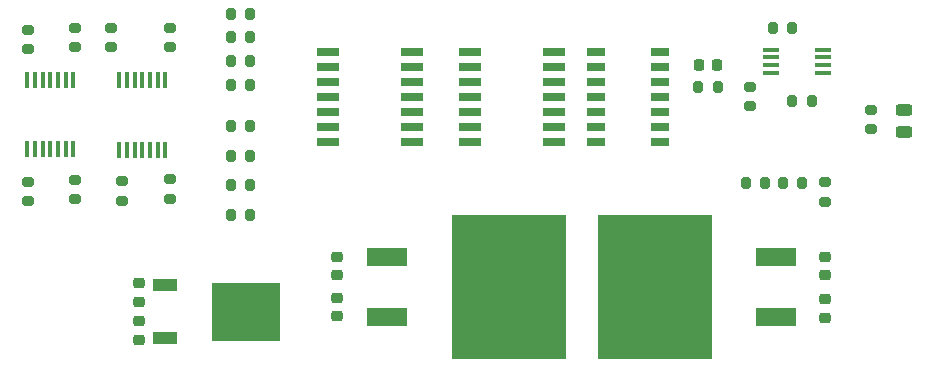
<source format=gbr>
%TF.GenerationSoftware,KiCad,Pcbnew,9.0.0*%
%TF.CreationDate,2025-03-18T23:21:23-07:00*%
%TF.ProjectId,BSPD,42535044-2e6b-4696-9361-645f70636258,rev?*%
%TF.SameCoordinates,Original*%
%TF.FileFunction,Paste,Top*%
%TF.FilePolarity,Positive*%
%FSLAX46Y46*%
G04 Gerber Fmt 4.6, Leading zero omitted, Abs format (unit mm)*
G04 Created by KiCad (PCBNEW 9.0.0) date 2025-03-18 23:21:23*
%MOMM*%
%LPD*%
G01*
G04 APERTURE LIST*
G04 Aperture macros list*
%AMRoundRect*
0 Rectangle with rounded corners*
0 $1 Rounding radius*
0 $2 $3 $4 $5 $6 $7 $8 $9 X,Y pos of 4 corners*
0 Add a 4 corners polygon primitive as box body*
4,1,4,$2,$3,$4,$5,$6,$7,$8,$9,$2,$3,0*
0 Add four circle primitives for the rounded corners*
1,1,$1+$1,$2,$3*
1,1,$1+$1,$4,$5*
1,1,$1+$1,$6,$7*
1,1,$1+$1,$8,$9*
0 Add four rect primitives between the rounded corners*
20,1,$1+$1,$2,$3,$4,$5,0*
20,1,$1+$1,$4,$5,$6,$7,0*
20,1,$1+$1,$6,$7,$8,$9,0*
20,1,$1+$1,$8,$9,$2,$3,0*%
G04 Aperture macros list end*
%ADD10RoundRect,0.200000X-0.200000X-0.275000X0.200000X-0.275000X0.200000X0.275000X-0.200000X0.275000X0*%
%ADD11RoundRect,0.200000X-0.275000X0.200000X-0.275000X-0.200000X0.275000X-0.200000X0.275000X0.200000X0*%
%ADD12R,0.450000X1.475000*%
%ADD13RoundRect,0.200000X0.200000X0.275000X-0.200000X0.275000X-0.200000X-0.275000X0.200000X-0.275000X0*%
%ADD14RoundRect,0.225000X-0.225000X-0.250000X0.225000X-0.250000X0.225000X0.250000X-0.225000X0.250000X0*%
%ADD15R,1.825000X0.700000*%
%ADD16RoundRect,0.225000X0.250000X-0.225000X0.250000X0.225000X-0.250000X0.225000X-0.250000X-0.225000X0*%
%ADD17RoundRect,0.225000X-0.250000X0.225000X-0.250000X-0.225000X0.250000X-0.225000X0.250000X0.225000X0*%
%ADD18R,3.500000X1.600000*%
%ADD19R,9.750000X12.200000*%
%ADD20RoundRect,0.200000X0.275000X-0.200000X0.275000X0.200000X-0.275000X0.200000X-0.275000X-0.200000X0*%
%ADD21RoundRect,0.243750X0.456250X-0.243750X0.456250X0.243750X-0.456250X0.243750X-0.456250X-0.243750X0*%
%ADD22R,1.475000X0.450000*%
%ADD23R,2.100000X1.000000*%
%ADD24R,5.850000X4.900000*%
%ADD25R,1.525000X0.650000*%
G04 APERTURE END LIST*
D10*
%TO.C,R12*%
X80175000Y-107000000D03*
X81825000Y-107000000D03*
%TD*%
%TO.C,R14*%
X80175000Y-115500000D03*
X81825000Y-115500000D03*
%TD*%
D11*
%TO.C,R5*%
X71000000Y-115175000D03*
X71000000Y-116825000D03*
%TD*%
D12*
%TO.C,U1*%
X62961500Y-112433250D03*
X63611500Y-112433250D03*
X64261500Y-112433250D03*
X64911500Y-112433250D03*
X65561500Y-112433250D03*
X66211500Y-112433250D03*
X66861500Y-112433250D03*
X66861500Y-106557250D03*
X66211500Y-106557250D03*
X65561500Y-106557250D03*
X64911500Y-106557250D03*
X64261500Y-106557250D03*
X63611500Y-106557250D03*
X62961500Y-106557250D03*
%TD*%
D11*
%TO.C,R20*%
X124100000Y-107175000D03*
X124100000Y-108825000D03*
%TD*%
%TO.C,R1*%
X63000000Y-115220250D03*
X63000000Y-116870250D03*
%TD*%
D10*
%TO.C,R10*%
X80175000Y-113000000D03*
X81825000Y-113000000D03*
%TD*%
D13*
%TO.C,R18*%
X125425000Y-115350000D03*
X123775000Y-115350000D03*
%TD*%
%TO.C,R19*%
X128575000Y-115350000D03*
X126925000Y-115350000D03*
%TD*%
D10*
%TO.C,R16*%
X80175000Y-103000000D03*
X81825000Y-103000000D03*
%TD*%
D14*
%TO.C,C7*%
X119800000Y-105350000D03*
X121350000Y-105350000D03*
%TD*%
D15*
%TO.C,IC3*%
X88438000Y-104190000D03*
X88438000Y-105460000D03*
X88438000Y-106730000D03*
X88438000Y-108000000D03*
X88438000Y-109270000D03*
X88438000Y-110540000D03*
X88438000Y-111810000D03*
X95562000Y-111810000D03*
X95562000Y-110540000D03*
X95562000Y-109270000D03*
X95562000Y-108000000D03*
X95562000Y-106730000D03*
X95562000Y-105460000D03*
X95562000Y-104190000D03*
%TD*%
D11*
%TO.C,R24*%
X134400000Y-109125000D03*
X134400000Y-110775000D03*
%TD*%
D13*
%TO.C,R17*%
X121400000Y-107150000D03*
X119750000Y-107150000D03*
%TD*%
D16*
%TO.C,C1*%
X89157000Y-126615000D03*
X89157000Y-125065000D03*
%TD*%
D17*
%TO.C,C2*%
X89157000Y-121565000D03*
X89157000Y-123115000D03*
%TD*%
D10*
%TO.C,R13*%
X80175000Y-118000000D03*
X81825000Y-118000000D03*
%TD*%
D16*
%TO.C,C5*%
X72400000Y-128575000D03*
X72400000Y-127025000D03*
%TD*%
D18*
%TO.C,IC1*%
X93425000Y-121560000D03*
D19*
X103700000Y-124100000D03*
D18*
X93425000Y-126640000D03*
%TD*%
D11*
%TO.C,R2*%
X67000000Y-115045250D03*
X67000000Y-116695250D03*
%TD*%
D17*
%TO.C,C6*%
X72400000Y-123825000D03*
X72400000Y-125375000D03*
%TD*%
D10*
%TO.C,R11*%
X80175000Y-105000000D03*
X81825000Y-105000000D03*
%TD*%
D20*
%TO.C,R8*%
X70000000Y-103825000D03*
X70000000Y-102175000D03*
%TD*%
D10*
%TO.C,R23*%
X127725000Y-108350000D03*
X129375000Y-108350000D03*
%TD*%
%TO.C,R15*%
X80175000Y-101000000D03*
X81825000Y-101000000D03*
%TD*%
D21*
%TO.C,D1*%
X137200000Y-111037500D03*
X137200000Y-109162500D03*
%TD*%
D17*
%TO.C,C3*%
X130457000Y-121565000D03*
X130457000Y-123115000D03*
%TD*%
D16*
%TO.C,C4*%
X130457000Y-126715000D03*
X130457000Y-125165000D03*
%TD*%
D12*
%TO.C,U2*%
X70735500Y-112495250D03*
X71385500Y-112495250D03*
X72035500Y-112495250D03*
X72685500Y-112495250D03*
X73335500Y-112495250D03*
X73985500Y-112495250D03*
X74635500Y-112495250D03*
X74635500Y-106619250D03*
X73985500Y-106619250D03*
X73335500Y-106619250D03*
X72685500Y-106619250D03*
X72035500Y-106619250D03*
X71385500Y-106619250D03*
X70735500Y-106619250D03*
%TD*%
D20*
%TO.C,R3*%
X67000000Y-103825000D03*
X67000000Y-102175000D03*
%TD*%
%TO.C,R22*%
X130450000Y-116925000D03*
X130450000Y-115275000D03*
%TD*%
%TO.C,R4*%
X63000000Y-104000000D03*
X63000000Y-102350000D03*
%TD*%
D18*
%TO.C,IC2*%
X126332000Y-126680000D03*
D19*
X116057000Y-124140000D03*
D18*
X126332000Y-121600000D03*
%TD*%
D11*
%TO.C,R6*%
X75000000Y-115000000D03*
X75000000Y-116650000D03*
%TD*%
D10*
%TO.C,R9*%
X80175000Y-110500000D03*
X81825000Y-110500000D03*
%TD*%
D15*
%TO.C,IC4*%
X100438000Y-104190000D03*
X100438000Y-105460000D03*
X100438000Y-106730000D03*
X100438000Y-108000000D03*
X100438000Y-109270000D03*
X100438000Y-110540000D03*
X100438000Y-111810000D03*
X107562000Y-111810000D03*
X107562000Y-110540000D03*
X107562000Y-109270000D03*
X107562000Y-108000000D03*
X107562000Y-106730000D03*
X107562000Y-105460000D03*
X107562000Y-104190000D03*
%TD*%
D22*
%TO.C,BR1*%
X125888000Y-104025000D03*
X125888000Y-104675000D03*
X125888000Y-105325000D03*
X125888000Y-105975000D03*
X130312000Y-105975000D03*
X130312000Y-105325000D03*
X130312000Y-104675000D03*
X130312000Y-104025000D03*
%TD*%
D20*
%TO.C,R7*%
X75000000Y-103825000D03*
X75000000Y-102175000D03*
%TD*%
D23*
%TO.C,IC6*%
X74650000Y-123920000D03*
X74650000Y-128480000D03*
D24*
X81450000Y-126200000D03*
%TD*%
D10*
%TO.C,R21*%
X126075000Y-102200000D03*
X127725000Y-102200000D03*
%TD*%
D25*
%TO.C,IC5*%
X111100000Y-104200000D03*
X111100000Y-105470000D03*
X111100000Y-106740000D03*
X111100000Y-108010000D03*
X111100000Y-109280000D03*
X111100000Y-110550000D03*
X111100000Y-111820000D03*
X116524000Y-111820000D03*
X116524000Y-110550000D03*
X116524000Y-109280000D03*
X116524000Y-108010000D03*
X116524000Y-106740000D03*
X116524000Y-105470000D03*
X116524000Y-104200000D03*
%TD*%
M02*

</source>
